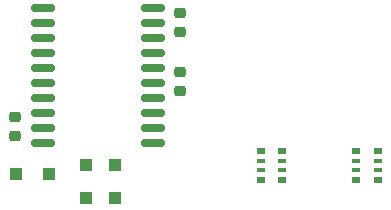
<source format=gtp>
G04 #@! TF.GenerationSoftware,KiCad,Pcbnew,6.0.1-79c1e3a40b~116~ubuntu21.04.1*
G04 #@! TF.CreationDate,2022-02-15T19:11:40-05:00*
G04 #@! TF.ProjectId,ESC_driver,4553435f-6472-4697-9665-722e6b696361,rev?*
G04 #@! TF.SameCoordinates,Original*
G04 #@! TF.FileFunction,Paste,Top*
G04 #@! TF.FilePolarity,Positive*
%FSLAX46Y46*%
G04 Gerber Fmt 4.6, Leading zero omitted, Abs format (unit mm)*
G04 Created by KiCad (PCBNEW 6.0.1-79c1e3a40b~116~ubuntu21.04.1) date 2022-02-15 19:11:40*
%MOMM*%
%LPD*%
G01*
G04 APERTURE LIST*
G04 Aperture macros list*
%AMRoundRect*
0 Rectangle with rounded corners*
0 $1 Rounding radius*
0 $2 $3 $4 $5 $6 $7 $8 $9 X,Y pos of 4 corners*
0 Add a 4 corners polygon primitive as box body*
4,1,4,$2,$3,$4,$5,$6,$7,$8,$9,$2,$3,0*
0 Add four circle primitives for the rounded corners*
1,1,$1+$1,$2,$3*
1,1,$1+$1,$4,$5*
1,1,$1+$1,$6,$7*
1,1,$1+$1,$8,$9*
0 Add four rect primitives between the rounded corners*
20,1,$1+$1,$2,$3,$4,$5,0*
20,1,$1+$1,$4,$5,$6,$7,0*
20,1,$1+$1,$6,$7,$8,$9,0*
20,1,$1+$1,$8,$9,$2,$3,0*%
G04 Aperture macros list end*
%ADD10RoundRect,0.218750X-0.256250X0.218750X-0.256250X-0.218750X0.256250X-0.218750X0.256250X0.218750X0*%
%ADD11RoundRect,0.218750X0.256250X-0.218750X0.256250X0.218750X-0.256250X0.218750X-0.256250X-0.218750X0*%
%ADD12R,1.100000X1.100000*%
%ADD13R,0.800000X0.500000*%
%ADD14R,0.800000X0.400000*%
%ADD15RoundRect,0.150000X-0.875000X-0.150000X0.875000X-0.150000X0.875000X0.150000X-0.875000X0.150000X0*%
G04 APERTURE END LIST*
D10*
X122145000Y-139449500D03*
X122145000Y-141024500D03*
X122145000Y-144449500D03*
X122145000Y-146024500D03*
D11*
X108145000Y-149812000D03*
X108145000Y-148237000D03*
D12*
X114145000Y-152337000D03*
X114145000Y-155137000D03*
X116645000Y-152337000D03*
X116645000Y-155137000D03*
X111045000Y-153037000D03*
X108245000Y-153037000D03*
D13*
X128945000Y-151137000D03*
D14*
X128945000Y-151937000D03*
X128945000Y-152737000D03*
D13*
X128945000Y-153537000D03*
X130745000Y-153537000D03*
D14*
X130745000Y-152737000D03*
X130745000Y-151937000D03*
D13*
X130745000Y-151137000D03*
X138845000Y-153537000D03*
D14*
X138845000Y-152737000D03*
X138845000Y-151937000D03*
D13*
X138845000Y-151137000D03*
X137045000Y-151137000D03*
D14*
X137045000Y-151937000D03*
X137045000Y-152737000D03*
D13*
X137045000Y-153537000D03*
D15*
X110495000Y-139022000D03*
X110495000Y-140292000D03*
X110495000Y-141562000D03*
X110495000Y-142832000D03*
X110495000Y-144102000D03*
X110495000Y-145372000D03*
X110495000Y-146642000D03*
X110495000Y-147912000D03*
X110495000Y-149182000D03*
X110495000Y-150452000D03*
X119795000Y-150452000D03*
X119795000Y-149182000D03*
X119795000Y-147912000D03*
X119795000Y-146642000D03*
X119795000Y-145372000D03*
X119795000Y-144102000D03*
X119795000Y-142832000D03*
X119795000Y-141562000D03*
X119795000Y-140292000D03*
X119795000Y-139022000D03*
M02*

</source>
